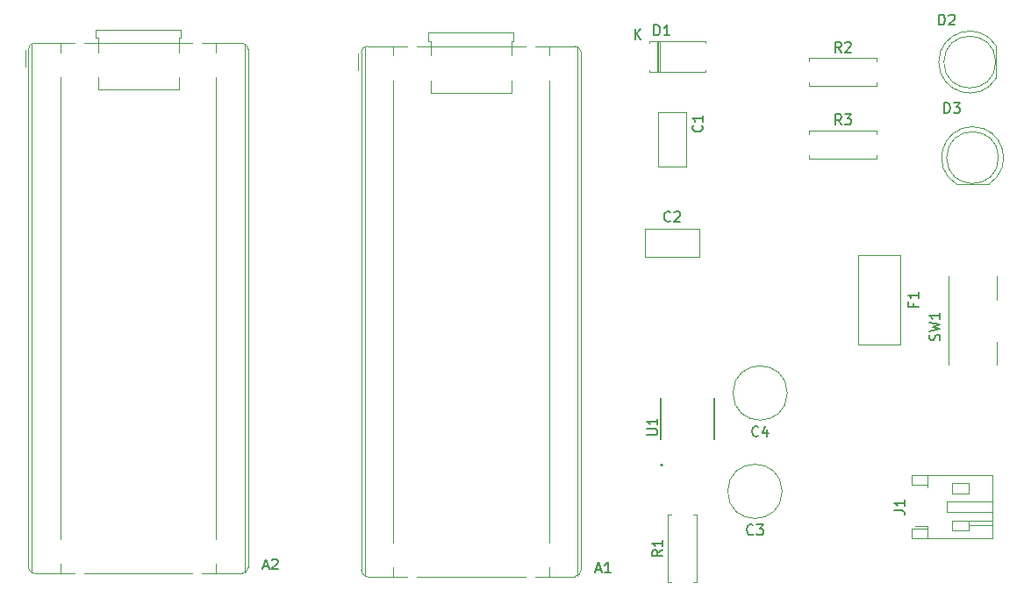
<source format=gbr>
%TF.GenerationSoftware,KiCad,Pcbnew,9.0.1*%
%TF.CreationDate,2025-08-22T15:06:57-04:00*%
%TF.ProjectId,Design_V1.0,44657369-676e-45f5-9631-2e302e6b6963,rev?*%
%TF.SameCoordinates,Original*%
%TF.FileFunction,Legend,Top*%
%TF.FilePolarity,Positive*%
%FSLAX46Y46*%
G04 Gerber Fmt 4.6, Leading zero omitted, Abs format (unit mm)*
G04 Created by KiCad (PCBNEW 9.0.1) date 2025-08-22 15:06:57*
%MOMM*%
%LPD*%
G01*
G04 APERTURE LIST*
%ADD10C,0.150000*%
%ADD11C,0.120000*%
%ADD12C,0.127000*%
%ADD13C,0.200000*%
G04 APERTURE END LIST*
D10*
X128771009Y-59323333D02*
X128771009Y-59656666D01*
X129294819Y-59656666D02*
X128294819Y-59656666D01*
X128294819Y-59656666D02*
X128294819Y-59180476D01*
X129294819Y-58275714D02*
X129294819Y-58847142D01*
X129294819Y-58561428D02*
X128294819Y-58561428D01*
X128294819Y-58561428D02*
X128437676Y-58656666D01*
X128437676Y-58656666D02*
X128532914Y-58751904D01*
X128532914Y-58751904D02*
X128580533Y-58847142D01*
X126954819Y-79333333D02*
X127669104Y-79333333D01*
X127669104Y-79333333D02*
X127811961Y-79380952D01*
X127811961Y-79380952D02*
X127907200Y-79476190D01*
X127907200Y-79476190D02*
X127954819Y-79619047D01*
X127954819Y-79619047D02*
X127954819Y-79714285D01*
X127954819Y-78333333D02*
X127954819Y-78904761D01*
X127954819Y-78619047D02*
X126954819Y-78619047D01*
X126954819Y-78619047D02*
X127097676Y-78714285D01*
X127097676Y-78714285D02*
X127192914Y-78809523D01*
X127192914Y-78809523D02*
X127240533Y-78904761D01*
X131307200Y-62933332D02*
X131354819Y-62790475D01*
X131354819Y-62790475D02*
X131354819Y-62552380D01*
X131354819Y-62552380D02*
X131307200Y-62457142D01*
X131307200Y-62457142D02*
X131259580Y-62409523D01*
X131259580Y-62409523D02*
X131164342Y-62361904D01*
X131164342Y-62361904D02*
X131069104Y-62361904D01*
X131069104Y-62361904D02*
X130973866Y-62409523D01*
X130973866Y-62409523D02*
X130926247Y-62457142D01*
X130926247Y-62457142D02*
X130878628Y-62552380D01*
X130878628Y-62552380D02*
X130831009Y-62742856D01*
X130831009Y-62742856D02*
X130783390Y-62838094D01*
X130783390Y-62838094D02*
X130735771Y-62885713D01*
X130735771Y-62885713D02*
X130640533Y-62933332D01*
X130640533Y-62933332D02*
X130545295Y-62933332D01*
X130545295Y-62933332D02*
X130450057Y-62885713D01*
X130450057Y-62885713D02*
X130402438Y-62838094D01*
X130402438Y-62838094D02*
X130354819Y-62742856D01*
X130354819Y-62742856D02*
X130354819Y-62504761D01*
X130354819Y-62504761D02*
X130402438Y-62361904D01*
X130354819Y-62028570D02*
X131354819Y-61790475D01*
X131354819Y-61790475D02*
X130640533Y-61599999D01*
X130640533Y-61599999D02*
X131354819Y-61409523D01*
X131354819Y-61409523D02*
X130354819Y-61171428D01*
X131354819Y-60266666D02*
X131354819Y-60838094D01*
X131354819Y-60552380D02*
X130354819Y-60552380D01*
X130354819Y-60552380D02*
X130497676Y-60647618D01*
X130497676Y-60647618D02*
X130592914Y-60742856D01*
X130592914Y-60742856D02*
X130640533Y-60838094D01*
X113333333Y-81609580D02*
X113285714Y-81657200D01*
X113285714Y-81657200D02*
X113142857Y-81704819D01*
X113142857Y-81704819D02*
X113047619Y-81704819D01*
X113047619Y-81704819D02*
X112904762Y-81657200D01*
X112904762Y-81657200D02*
X112809524Y-81561961D01*
X112809524Y-81561961D02*
X112761905Y-81466723D01*
X112761905Y-81466723D02*
X112714286Y-81276247D01*
X112714286Y-81276247D02*
X112714286Y-81133390D01*
X112714286Y-81133390D02*
X112761905Y-80942914D01*
X112761905Y-80942914D02*
X112809524Y-80847676D01*
X112809524Y-80847676D02*
X112904762Y-80752438D01*
X112904762Y-80752438D02*
X113047619Y-80704819D01*
X113047619Y-80704819D02*
X113142857Y-80704819D01*
X113142857Y-80704819D02*
X113285714Y-80752438D01*
X113285714Y-80752438D02*
X113333333Y-80800057D01*
X113666667Y-80704819D02*
X114285714Y-80704819D01*
X114285714Y-80704819D02*
X113952381Y-81085771D01*
X113952381Y-81085771D02*
X114095238Y-81085771D01*
X114095238Y-81085771D02*
X114190476Y-81133390D01*
X114190476Y-81133390D02*
X114238095Y-81181009D01*
X114238095Y-81181009D02*
X114285714Y-81276247D01*
X114285714Y-81276247D02*
X114285714Y-81514342D01*
X114285714Y-81514342D02*
X114238095Y-81609580D01*
X114238095Y-81609580D02*
X114190476Y-81657200D01*
X114190476Y-81657200D02*
X114095238Y-81704819D01*
X114095238Y-81704819D02*
X113809524Y-81704819D01*
X113809524Y-81704819D02*
X113714286Y-81657200D01*
X113714286Y-81657200D02*
X113666667Y-81609580D01*
X113833333Y-72109580D02*
X113785714Y-72157200D01*
X113785714Y-72157200D02*
X113642857Y-72204819D01*
X113642857Y-72204819D02*
X113547619Y-72204819D01*
X113547619Y-72204819D02*
X113404762Y-72157200D01*
X113404762Y-72157200D02*
X113309524Y-72061961D01*
X113309524Y-72061961D02*
X113261905Y-71966723D01*
X113261905Y-71966723D02*
X113214286Y-71776247D01*
X113214286Y-71776247D02*
X113214286Y-71633390D01*
X113214286Y-71633390D02*
X113261905Y-71442914D01*
X113261905Y-71442914D02*
X113309524Y-71347676D01*
X113309524Y-71347676D02*
X113404762Y-71252438D01*
X113404762Y-71252438D02*
X113547619Y-71204819D01*
X113547619Y-71204819D02*
X113642857Y-71204819D01*
X113642857Y-71204819D02*
X113785714Y-71252438D01*
X113785714Y-71252438D02*
X113833333Y-71300057D01*
X114690476Y-71538152D02*
X114690476Y-72204819D01*
X114452381Y-71157200D02*
X114214286Y-71871485D01*
X114214286Y-71871485D02*
X114833333Y-71871485D01*
X98146660Y-85044104D02*
X98622850Y-85044104D01*
X98051422Y-85329819D02*
X98384755Y-84329819D01*
X98384755Y-84329819D02*
X98718088Y-85329819D01*
X99575231Y-85329819D02*
X99003803Y-85329819D01*
X99289517Y-85329819D02*
X99289517Y-84329819D01*
X99289517Y-84329819D02*
X99194279Y-84472676D01*
X99194279Y-84472676D02*
X99099041Y-84567914D01*
X99099041Y-84567914D02*
X99003803Y-84615533D01*
X131261905Y-32454819D02*
X131261905Y-31454819D01*
X131261905Y-31454819D02*
X131500000Y-31454819D01*
X131500000Y-31454819D02*
X131642857Y-31502438D01*
X131642857Y-31502438D02*
X131738095Y-31597676D01*
X131738095Y-31597676D02*
X131785714Y-31692914D01*
X131785714Y-31692914D02*
X131833333Y-31883390D01*
X131833333Y-31883390D02*
X131833333Y-32026247D01*
X131833333Y-32026247D02*
X131785714Y-32216723D01*
X131785714Y-32216723D02*
X131738095Y-32311961D01*
X131738095Y-32311961D02*
X131642857Y-32407200D01*
X131642857Y-32407200D02*
X131500000Y-32454819D01*
X131500000Y-32454819D02*
X131261905Y-32454819D01*
X132214286Y-31550057D02*
X132261905Y-31502438D01*
X132261905Y-31502438D02*
X132357143Y-31454819D01*
X132357143Y-31454819D02*
X132595238Y-31454819D01*
X132595238Y-31454819D02*
X132690476Y-31502438D01*
X132690476Y-31502438D02*
X132738095Y-31550057D01*
X132738095Y-31550057D02*
X132785714Y-31645295D01*
X132785714Y-31645295D02*
X132785714Y-31740533D01*
X132785714Y-31740533D02*
X132738095Y-31883390D01*
X132738095Y-31883390D02*
X132166667Y-32454819D01*
X132166667Y-32454819D02*
X132785714Y-32454819D01*
X103092819Y-72056904D02*
X103902342Y-72056904D01*
X103902342Y-72056904D02*
X103997580Y-72009285D01*
X103997580Y-72009285D02*
X104045200Y-71961666D01*
X104045200Y-71961666D02*
X104092819Y-71866428D01*
X104092819Y-71866428D02*
X104092819Y-71675952D01*
X104092819Y-71675952D02*
X104045200Y-71580714D01*
X104045200Y-71580714D02*
X103997580Y-71533095D01*
X103997580Y-71533095D02*
X103902342Y-71485476D01*
X103902342Y-71485476D02*
X103092819Y-71485476D01*
X104092819Y-70485476D02*
X104092819Y-71056904D01*
X104092819Y-70771190D02*
X103092819Y-70771190D01*
X103092819Y-70771190D02*
X103235676Y-70866428D01*
X103235676Y-70866428D02*
X103330914Y-70961666D01*
X103330914Y-70961666D02*
X103378533Y-71056904D01*
X104584819Y-83166666D02*
X104108628Y-83499999D01*
X104584819Y-83738094D02*
X103584819Y-83738094D01*
X103584819Y-83738094D02*
X103584819Y-83357142D01*
X103584819Y-83357142D02*
X103632438Y-83261904D01*
X103632438Y-83261904D02*
X103680057Y-83214285D01*
X103680057Y-83214285D02*
X103775295Y-83166666D01*
X103775295Y-83166666D02*
X103918152Y-83166666D01*
X103918152Y-83166666D02*
X104013390Y-83214285D01*
X104013390Y-83214285D02*
X104061009Y-83261904D01*
X104061009Y-83261904D02*
X104108628Y-83357142D01*
X104108628Y-83357142D02*
X104108628Y-83738094D01*
X104584819Y-82214285D02*
X104584819Y-82785713D01*
X104584819Y-82499999D02*
X103584819Y-82499999D01*
X103584819Y-82499999D02*
X103727676Y-82595237D01*
X103727676Y-82595237D02*
X103822914Y-82690475D01*
X103822914Y-82690475D02*
X103870533Y-82785713D01*
X66036660Y-84746604D02*
X66512850Y-84746604D01*
X65941422Y-85032319D02*
X66274755Y-84032319D01*
X66274755Y-84032319D02*
X66608088Y-85032319D01*
X66893803Y-84127557D02*
X66941422Y-84079938D01*
X66941422Y-84079938D02*
X67036660Y-84032319D01*
X67036660Y-84032319D02*
X67274755Y-84032319D01*
X67274755Y-84032319D02*
X67369993Y-84079938D01*
X67369993Y-84079938D02*
X67417612Y-84127557D01*
X67417612Y-84127557D02*
X67465231Y-84222795D01*
X67465231Y-84222795D02*
X67465231Y-84318033D01*
X67465231Y-84318033D02*
X67417612Y-84460890D01*
X67417612Y-84460890D02*
X66846184Y-85032319D01*
X66846184Y-85032319D02*
X67465231Y-85032319D01*
X105333333Y-51359580D02*
X105285714Y-51407200D01*
X105285714Y-51407200D02*
X105142857Y-51454819D01*
X105142857Y-51454819D02*
X105047619Y-51454819D01*
X105047619Y-51454819D02*
X104904762Y-51407200D01*
X104904762Y-51407200D02*
X104809524Y-51311961D01*
X104809524Y-51311961D02*
X104761905Y-51216723D01*
X104761905Y-51216723D02*
X104714286Y-51026247D01*
X104714286Y-51026247D02*
X104714286Y-50883390D01*
X104714286Y-50883390D02*
X104761905Y-50692914D01*
X104761905Y-50692914D02*
X104809524Y-50597676D01*
X104809524Y-50597676D02*
X104904762Y-50502438D01*
X104904762Y-50502438D02*
X105047619Y-50454819D01*
X105047619Y-50454819D02*
X105142857Y-50454819D01*
X105142857Y-50454819D02*
X105285714Y-50502438D01*
X105285714Y-50502438D02*
X105333333Y-50550057D01*
X105714286Y-50550057D02*
X105761905Y-50502438D01*
X105761905Y-50502438D02*
X105857143Y-50454819D01*
X105857143Y-50454819D02*
X106095238Y-50454819D01*
X106095238Y-50454819D02*
X106190476Y-50502438D01*
X106190476Y-50502438D02*
X106238095Y-50550057D01*
X106238095Y-50550057D02*
X106285714Y-50645295D01*
X106285714Y-50645295D02*
X106285714Y-50740533D01*
X106285714Y-50740533D02*
X106238095Y-50883390D01*
X106238095Y-50883390D02*
X105666667Y-51454819D01*
X105666667Y-51454819D02*
X106285714Y-51454819D01*
X121833333Y-35084819D02*
X121500000Y-34608628D01*
X121261905Y-35084819D02*
X121261905Y-34084819D01*
X121261905Y-34084819D02*
X121642857Y-34084819D01*
X121642857Y-34084819D02*
X121738095Y-34132438D01*
X121738095Y-34132438D02*
X121785714Y-34180057D01*
X121785714Y-34180057D02*
X121833333Y-34275295D01*
X121833333Y-34275295D02*
X121833333Y-34418152D01*
X121833333Y-34418152D02*
X121785714Y-34513390D01*
X121785714Y-34513390D02*
X121738095Y-34561009D01*
X121738095Y-34561009D02*
X121642857Y-34608628D01*
X121642857Y-34608628D02*
X121261905Y-34608628D01*
X122214286Y-34180057D02*
X122261905Y-34132438D01*
X122261905Y-34132438D02*
X122357143Y-34084819D01*
X122357143Y-34084819D02*
X122595238Y-34084819D01*
X122595238Y-34084819D02*
X122690476Y-34132438D01*
X122690476Y-34132438D02*
X122738095Y-34180057D01*
X122738095Y-34180057D02*
X122785714Y-34275295D01*
X122785714Y-34275295D02*
X122785714Y-34370533D01*
X122785714Y-34370533D02*
X122738095Y-34513390D01*
X122738095Y-34513390D02*
X122166667Y-35084819D01*
X122166667Y-35084819D02*
X122785714Y-35084819D01*
X108359580Y-42166666D02*
X108407200Y-42214285D01*
X108407200Y-42214285D02*
X108454819Y-42357142D01*
X108454819Y-42357142D02*
X108454819Y-42452380D01*
X108454819Y-42452380D02*
X108407200Y-42595237D01*
X108407200Y-42595237D02*
X108311961Y-42690475D01*
X108311961Y-42690475D02*
X108216723Y-42738094D01*
X108216723Y-42738094D02*
X108026247Y-42785713D01*
X108026247Y-42785713D02*
X107883390Y-42785713D01*
X107883390Y-42785713D02*
X107692914Y-42738094D01*
X107692914Y-42738094D02*
X107597676Y-42690475D01*
X107597676Y-42690475D02*
X107502438Y-42595237D01*
X107502438Y-42595237D02*
X107454819Y-42452380D01*
X107454819Y-42452380D02*
X107454819Y-42357142D01*
X107454819Y-42357142D02*
X107502438Y-42214285D01*
X107502438Y-42214285D02*
X107550057Y-42166666D01*
X108454819Y-41214285D02*
X108454819Y-41785713D01*
X108454819Y-41499999D02*
X107454819Y-41499999D01*
X107454819Y-41499999D02*
X107597676Y-41595237D01*
X107597676Y-41595237D02*
X107692914Y-41690475D01*
X107692914Y-41690475D02*
X107740533Y-41785713D01*
X131761905Y-40954819D02*
X131761905Y-39954819D01*
X131761905Y-39954819D02*
X132000000Y-39954819D01*
X132000000Y-39954819D02*
X132142857Y-40002438D01*
X132142857Y-40002438D02*
X132238095Y-40097676D01*
X132238095Y-40097676D02*
X132285714Y-40192914D01*
X132285714Y-40192914D02*
X132333333Y-40383390D01*
X132333333Y-40383390D02*
X132333333Y-40526247D01*
X132333333Y-40526247D02*
X132285714Y-40716723D01*
X132285714Y-40716723D02*
X132238095Y-40811961D01*
X132238095Y-40811961D02*
X132142857Y-40907200D01*
X132142857Y-40907200D02*
X132000000Y-40954819D01*
X132000000Y-40954819D02*
X131761905Y-40954819D01*
X132666667Y-39954819D02*
X133285714Y-39954819D01*
X133285714Y-39954819D02*
X132952381Y-40335771D01*
X132952381Y-40335771D02*
X133095238Y-40335771D01*
X133095238Y-40335771D02*
X133190476Y-40383390D01*
X133190476Y-40383390D02*
X133238095Y-40431009D01*
X133238095Y-40431009D02*
X133285714Y-40526247D01*
X133285714Y-40526247D02*
X133285714Y-40764342D01*
X133285714Y-40764342D02*
X133238095Y-40859580D01*
X133238095Y-40859580D02*
X133190476Y-40907200D01*
X133190476Y-40907200D02*
X133095238Y-40954819D01*
X133095238Y-40954819D02*
X132809524Y-40954819D01*
X132809524Y-40954819D02*
X132714286Y-40907200D01*
X132714286Y-40907200D02*
X132666667Y-40859580D01*
X121833333Y-42084819D02*
X121500000Y-41608628D01*
X121261905Y-42084819D02*
X121261905Y-41084819D01*
X121261905Y-41084819D02*
X121642857Y-41084819D01*
X121642857Y-41084819D02*
X121738095Y-41132438D01*
X121738095Y-41132438D02*
X121785714Y-41180057D01*
X121785714Y-41180057D02*
X121833333Y-41275295D01*
X121833333Y-41275295D02*
X121833333Y-41418152D01*
X121833333Y-41418152D02*
X121785714Y-41513390D01*
X121785714Y-41513390D02*
X121738095Y-41561009D01*
X121738095Y-41561009D02*
X121642857Y-41608628D01*
X121642857Y-41608628D02*
X121261905Y-41608628D01*
X122166667Y-41084819D02*
X122785714Y-41084819D01*
X122785714Y-41084819D02*
X122452381Y-41465771D01*
X122452381Y-41465771D02*
X122595238Y-41465771D01*
X122595238Y-41465771D02*
X122690476Y-41513390D01*
X122690476Y-41513390D02*
X122738095Y-41561009D01*
X122738095Y-41561009D02*
X122785714Y-41656247D01*
X122785714Y-41656247D02*
X122785714Y-41894342D01*
X122785714Y-41894342D02*
X122738095Y-41989580D01*
X122738095Y-41989580D02*
X122690476Y-42037200D01*
X122690476Y-42037200D02*
X122595238Y-42084819D01*
X122595238Y-42084819D02*
X122309524Y-42084819D01*
X122309524Y-42084819D02*
X122214286Y-42037200D01*
X122214286Y-42037200D02*
X122166667Y-41989580D01*
X103761905Y-33454819D02*
X103761905Y-32454819D01*
X103761905Y-32454819D02*
X104000000Y-32454819D01*
X104000000Y-32454819D02*
X104142857Y-32502438D01*
X104142857Y-32502438D02*
X104238095Y-32597676D01*
X104238095Y-32597676D02*
X104285714Y-32692914D01*
X104285714Y-32692914D02*
X104333333Y-32883390D01*
X104333333Y-32883390D02*
X104333333Y-33026247D01*
X104333333Y-33026247D02*
X104285714Y-33216723D01*
X104285714Y-33216723D02*
X104238095Y-33311961D01*
X104238095Y-33311961D02*
X104142857Y-33407200D01*
X104142857Y-33407200D02*
X104000000Y-33454819D01*
X104000000Y-33454819D02*
X103761905Y-33454819D01*
X105285714Y-33454819D02*
X104714286Y-33454819D01*
X105000000Y-33454819D02*
X105000000Y-32454819D01*
X105000000Y-32454819D02*
X104904762Y-32597676D01*
X104904762Y-32597676D02*
X104809524Y-32692914D01*
X104809524Y-32692914D02*
X104714286Y-32740533D01*
X101928095Y-33854819D02*
X101928095Y-32854819D01*
X102499523Y-33854819D02*
X102070952Y-33283390D01*
X102499523Y-32854819D02*
X101928095Y-33426247D01*
D11*
%TO.C,F1*%
X123450000Y-54700000D02*
X123450000Y-63300000D01*
X127550000Y-54700000D02*
X123450000Y-54700000D01*
X127550000Y-54700000D02*
X127550000Y-63300000D01*
X127550000Y-63300000D02*
X123450000Y-63300000D01*
%TO.C,J1*%
X128590000Y-75940000D02*
X128590000Y-76860000D01*
X128590000Y-76860000D02*
X130190000Y-76860000D01*
X128590000Y-81140000D02*
X128590000Y-82060000D01*
X128590000Y-82060000D02*
X136410000Y-82060000D01*
X130190000Y-75940000D02*
X130190000Y-76860000D01*
X130190000Y-76860000D02*
X130190000Y-77140000D01*
X130190000Y-80860000D02*
X128975000Y-80860000D01*
X130190000Y-80860000D02*
X130190000Y-81140000D01*
X130190000Y-81140000D02*
X128590000Y-81140000D01*
X130190000Y-82060000D02*
X130190000Y-81140000D01*
X132050000Y-78500000D02*
X136410000Y-78500000D01*
X132050000Y-79500000D02*
X132050000Y-78500000D01*
X132550000Y-76700000D02*
X134150000Y-76700000D01*
X132550000Y-77700000D02*
X132550000Y-76700000D01*
X132550000Y-80300000D02*
X132550000Y-81300000D01*
X132550000Y-81300000D02*
X134150000Y-81300000D01*
X134150000Y-76700000D02*
X134150000Y-77700000D01*
X134150000Y-77700000D02*
X132550000Y-77700000D01*
X134150000Y-80300000D02*
X132550000Y-80300000D01*
X134150000Y-80300000D02*
X136410000Y-80300000D01*
X134150000Y-80800000D02*
X136410000Y-80800000D01*
X134150000Y-81300000D02*
X134150000Y-80300000D01*
X136410000Y-75940000D02*
X128590000Y-75940000D01*
X136410000Y-79500000D02*
X132050000Y-79500000D01*
X136410000Y-82060000D02*
X136410000Y-75940000D01*
%TO.C,SW1*%
X132200000Y-65300000D02*
X132200000Y-56700000D01*
X136800000Y-59000000D02*
X136800000Y-56700000D01*
X136800000Y-65300000D02*
X136800000Y-63100000D01*
%TO.C,C3*%
X116120000Y-77500000D02*
G75*
G02*
X110880000Y-77500000I-2620000J0D01*
G01*
X110880000Y-77500000D02*
G75*
G02*
X116120000Y-77500000I2620000J0D01*
G01*
%TO.C,C4*%
X116620000Y-68000000D02*
G75*
G02*
X111380000Y-68000000I-2620000J0D01*
G01*
X111380000Y-68000000D02*
G75*
G02*
X116620000Y-68000000I2620000J0D01*
G01*
%TO.C,A1*%
X75180000Y-36780000D02*
X75180000Y-35180000D01*
X75500000Y-35110000D02*
X75500000Y-85110000D01*
X75840000Y-34563000D02*
X75840000Y-85657000D01*
X76110000Y-34500000D02*
X78600000Y-34500000D01*
X76110000Y-85720000D02*
X79947939Y-85720000D01*
X78600000Y-34500000D02*
X78600000Y-35413520D01*
X78600000Y-34500000D02*
X79947940Y-34500000D01*
X78600000Y-37806480D02*
X78600000Y-82413520D01*
X78600000Y-84806480D02*
X78600000Y-85720000D01*
X80872061Y-34500000D02*
X81875000Y-34500000D01*
X81875000Y-34500000D02*
X90345000Y-34500000D01*
X82000000Y-33200000D02*
X82000000Y-34020000D01*
X82000000Y-33200000D02*
X90220000Y-33200000D01*
X82000000Y-34020000D02*
X82210000Y-34020000D01*
X82210000Y-34020000D02*
X82210000Y-35416000D01*
X82210000Y-37804000D02*
X82210000Y-39020000D01*
X82510000Y-85720000D02*
X80872061Y-85720000D01*
X89710000Y-85720000D02*
X82510000Y-85720000D01*
X90010000Y-34020000D02*
X90010000Y-35416000D01*
X90010000Y-37804000D02*
X90010000Y-39020000D01*
X90010000Y-39020000D02*
X82210000Y-39020000D01*
X90220000Y-33200000D02*
X90220000Y-34020000D01*
X90220000Y-34020000D02*
X90010000Y-34020000D01*
X90345000Y-34500000D02*
X91347939Y-34500000D01*
X91347939Y-85720000D02*
X89710000Y-85720000D01*
X92272061Y-34500000D02*
X93620000Y-34500000D01*
X92272061Y-85720000D02*
X96110000Y-85720000D01*
X93620000Y-34500000D02*
X93620000Y-35413520D01*
X93620000Y-37806480D02*
X93620000Y-82413520D01*
X93620000Y-84806480D02*
X93620000Y-85720000D01*
X96110000Y-34500000D02*
X93620000Y-34500000D01*
X96380000Y-85657000D02*
X96380000Y-34563000D01*
X96720000Y-35110000D02*
X96720000Y-85110000D01*
X75500000Y-35110000D02*
G75*
G02*
X76110000Y-34500000I610000J0D01*
G01*
X76110000Y-85720000D02*
G75*
G02*
X75500000Y-85110000I-99J609901D01*
G01*
X96110000Y-34500000D02*
G75*
G02*
X96720000Y-35110000I0J-610000D01*
G01*
X96720000Y-85110000D02*
G75*
G02*
X96110000Y-85720000I-610000J0D01*
G01*
%TO.C,D2*%
X136790000Y-37585000D02*
X136790000Y-34495000D01*
X131240000Y-36039952D02*
G75*
G02*
X136790000Y-34495170I2990000J-48D01*
G01*
X136790000Y-37584830D02*
G75*
G02*
X131240000Y-36040048I-2560000J1544830D01*
G01*
X136730000Y-36040000D02*
G75*
G02*
X131730000Y-36040000I-2500000J0D01*
G01*
X131730000Y-36040000D02*
G75*
G02*
X136730000Y-36040000I2500000J0D01*
G01*
D12*
%TO.C,U1*%
X104450000Y-72500000D02*
X104450000Y-68500000D01*
X109550000Y-72500000D02*
X109550000Y-68500000D01*
D13*
X104595000Y-74945000D02*
G75*
G02*
X104395000Y-74945000I-100000J0D01*
G01*
X104395000Y-74945000D02*
G75*
G02*
X104595000Y-74945000I100000J0D01*
G01*
D11*
%TO.C,R1*%
X105130000Y-79730000D02*
X105460000Y-79730000D01*
X105130000Y-86270000D02*
X105130000Y-79730000D01*
X105460000Y-86270000D02*
X105130000Y-86270000D01*
X107540000Y-86270000D02*
X107870000Y-86270000D01*
X107870000Y-79730000D02*
X107540000Y-79730000D01*
X107870000Y-86270000D02*
X107870000Y-79730000D01*
%TO.C,A2*%
X43070000Y-36482500D02*
X43070000Y-34882500D01*
X43390000Y-34812500D02*
X43390000Y-84812500D01*
X43730000Y-34265500D02*
X43730000Y-85359500D01*
X44000000Y-34202500D02*
X46490000Y-34202500D01*
X44000000Y-85422500D02*
X47837939Y-85422500D01*
X46490000Y-34202500D02*
X46490000Y-35116020D01*
X46490000Y-34202500D02*
X47837940Y-34202500D01*
X46490000Y-37508980D02*
X46490000Y-82116020D01*
X46490000Y-84508980D02*
X46490000Y-85422500D01*
X48762061Y-34202500D02*
X49765000Y-34202500D01*
X49765000Y-34202500D02*
X58235000Y-34202500D01*
X49890000Y-32902500D02*
X49890000Y-33722500D01*
X49890000Y-32902500D02*
X58110000Y-32902500D01*
X49890000Y-33722500D02*
X50100000Y-33722500D01*
X50100000Y-33722500D02*
X50100000Y-35118500D01*
X50100000Y-37506500D02*
X50100000Y-38722500D01*
X50400000Y-85422500D02*
X48762061Y-85422500D01*
X57600000Y-85422500D02*
X50400000Y-85422500D01*
X57900000Y-33722500D02*
X57900000Y-35118500D01*
X57900000Y-37506500D02*
X57900000Y-38722500D01*
X57900000Y-38722500D02*
X50100000Y-38722500D01*
X58110000Y-32902500D02*
X58110000Y-33722500D01*
X58110000Y-33722500D02*
X57900000Y-33722500D01*
X58235000Y-34202500D02*
X59237939Y-34202500D01*
X59237939Y-85422500D02*
X57600000Y-85422500D01*
X60162061Y-34202500D02*
X61510000Y-34202500D01*
X60162061Y-85422500D02*
X64000000Y-85422500D01*
X61510000Y-34202500D02*
X61510000Y-35116020D01*
X61510000Y-37508980D02*
X61510000Y-82116020D01*
X61510000Y-84508980D02*
X61510000Y-85422500D01*
X64000000Y-34202500D02*
X61510000Y-34202500D01*
X64270000Y-85359500D02*
X64270000Y-34265500D01*
X64610000Y-34812500D02*
X64610000Y-84812500D01*
X43390000Y-34812500D02*
G75*
G02*
X44000000Y-34202500I610000J0D01*
G01*
X44000000Y-85422500D02*
G75*
G02*
X43390000Y-84812500I-99J609901D01*
G01*
X64000000Y-34202500D02*
G75*
G02*
X64610000Y-34812500I0J-610000D01*
G01*
X64610000Y-84812500D02*
G75*
G02*
X64000000Y-85422500I-610000J0D01*
G01*
%TO.C,C2*%
X102880000Y-52130000D02*
X102880000Y-54870000D01*
X102880000Y-52130000D02*
X108120000Y-52130000D01*
X102880000Y-54870000D02*
X108120000Y-54870000D01*
X108120000Y-52130000D02*
X108120000Y-54870000D01*
%TO.C,R2*%
X118730000Y-35630000D02*
X125270000Y-35630000D01*
X118730000Y-35960000D02*
X118730000Y-35630000D01*
X118730000Y-38040000D02*
X118730000Y-38370000D01*
X118730000Y-38370000D02*
X125270000Y-38370000D01*
X125270000Y-35630000D02*
X125270000Y-35960000D01*
X125270000Y-38370000D02*
X125270000Y-38040000D01*
%TO.C,C1*%
X104130000Y-40880000D02*
X104130000Y-46120000D01*
X106870000Y-40880000D02*
X104130000Y-40880000D01*
X106870000Y-40880000D02*
X106870000Y-46120000D01*
X106870000Y-46120000D02*
X104130000Y-46120000D01*
%TO.C,D3*%
X132955000Y-47830000D02*
X136045000Y-47830000D01*
X132955170Y-47830000D02*
G75*
G02*
X134499952Y-42280000I1544830J2560000D01*
G01*
X134500048Y-42280000D02*
G75*
G02*
X136044830Y-47830000I-48J-2990000D01*
G01*
X137000000Y-45270000D02*
G75*
G02*
X132000000Y-45270000I-2500000J0D01*
G01*
X132000000Y-45270000D02*
G75*
G02*
X137000000Y-45270000I2500000J0D01*
G01*
%TO.C,R3*%
X118730000Y-42630000D02*
X125270000Y-42630000D01*
X118730000Y-42960000D02*
X118730000Y-42630000D01*
X118730000Y-45040000D02*
X118730000Y-45370000D01*
X118730000Y-45370000D02*
X125270000Y-45370000D01*
X125270000Y-42630000D02*
X125270000Y-42960000D01*
X125270000Y-45370000D02*
X125270000Y-45040000D01*
%TO.C,D1*%
X103280000Y-34030000D02*
X108720000Y-34030000D01*
X103280000Y-34160000D02*
X103280000Y-34030000D01*
X103280000Y-36840000D02*
X103280000Y-36970000D01*
X103280000Y-36970000D02*
X108720000Y-36970000D01*
X104060000Y-34030000D02*
X104060000Y-36970000D01*
X104180000Y-34030000D02*
X104180000Y-36970000D01*
X104300000Y-34030000D02*
X104300000Y-36970000D01*
X108720000Y-34030000D02*
X108720000Y-34160000D01*
X108720000Y-36970000D02*
X108720000Y-36840000D01*
%TD*%
M02*

</source>
